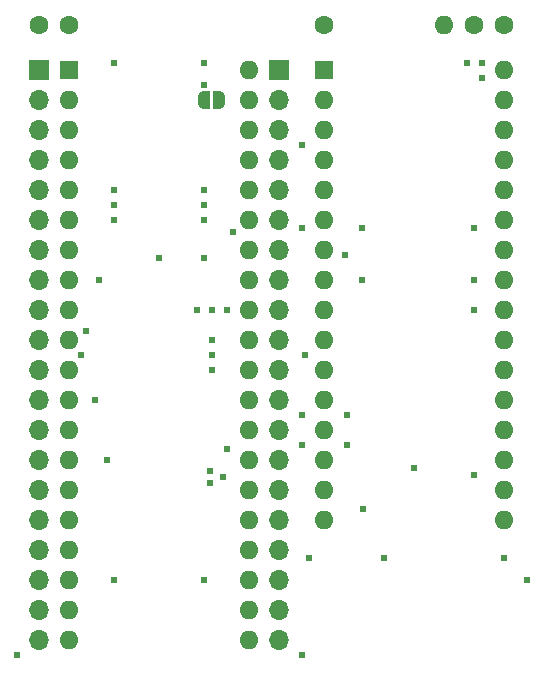
<source format=gbs>
G04 #@! TF.GenerationSoftware,KiCad,Pcbnew,7.0.2-0*
G04 #@! TF.CreationDate,2023-04-20T01:12:48+09:00*
G04 #@! TF.ProjectId,MEZ6809RAMI,4d455a36-3830-4395-9241-4d492e6b6963,A*
G04 #@! TF.SameCoordinates,PX5f5e100PY8f0d180*
G04 #@! TF.FileFunction,Soldermask,Bot*
G04 #@! TF.FilePolarity,Negative*
%FSLAX46Y46*%
G04 Gerber Fmt 4.6, Leading zero omitted, Abs format (unit mm)*
G04 Created by KiCad (PCBNEW 7.0.2-0) date 2023-04-20 01:12:48*
%MOMM*%
%LPD*%
G01*
G04 APERTURE LIST*
G04 Aperture macros list*
%AMFreePoly0*
4,1,19,0.500000,-0.750000,0.000000,-0.750000,0.000000,-0.744911,-0.071157,-0.744911,-0.207708,-0.704816,-0.327430,-0.627875,-0.420627,-0.520320,-0.479746,-0.390866,-0.500000,-0.250000,-0.500000,0.250000,-0.479746,0.390866,-0.420627,0.520320,-0.327430,0.627875,-0.207708,0.704816,-0.071157,0.744911,0.000000,0.744911,0.000000,0.750000,0.500000,0.750000,0.500000,-0.750000,0.500000,-0.750000,
$1*%
%AMFreePoly1*
4,1,19,0.000000,0.744911,0.071157,0.744911,0.207708,0.704816,0.327430,0.627875,0.420627,0.520320,0.479746,0.390866,0.500000,0.250000,0.500000,-0.250000,0.479746,-0.390866,0.420627,-0.520320,0.327430,-0.627875,0.207708,-0.704816,0.071157,-0.744911,0.000000,-0.744911,0.000000,-0.750000,-0.500000,-0.750000,-0.500000,0.750000,0.000000,0.750000,0.000000,0.744911,0.000000,0.744911,
$1*%
G04 Aperture macros list end*
%ADD10C,1.600000*%
%ADD11R,1.600000X1.600000*%
%ADD12O,1.600000X1.600000*%
%ADD13FreePoly0,180.000000*%
%ADD14FreePoly1,180.000000*%
%ADD15R,1.700000X1.700000*%
%ADD16O,1.700000X1.700000*%
%ADD17C,0.605000*%
G04 APERTURE END LIST*
D10*
X6332500Y55245000D03*
X3832500Y55245000D03*
D11*
X6347500Y51435000D03*
D12*
X6347500Y48895000D03*
X6347500Y46355000D03*
X6347500Y43815000D03*
X6347500Y41275000D03*
X6347500Y38735000D03*
X6347500Y36195000D03*
X6347500Y33655000D03*
X6347500Y31115000D03*
X6347500Y28575000D03*
X6347500Y26035000D03*
X6347500Y23495000D03*
X6347500Y20955000D03*
X6347500Y18415000D03*
X6347500Y15875000D03*
X6347500Y13335000D03*
X6347500Y10795000D03*
X6347500Y8255000D03*
X6347500Y5715000D03*
X6347500Y3175000D03*
X21587500Y3175000D03*
X21587500Y5715000D03*
X21587500Y8255000D03*
X21587500Y10795000D03*
X21587500Y13335000D03*
X21587500Y15875000D03*
X21587500Y18415000D03*
X21587500Y20955000D03*
X21587500Y23495000D03*
X21587500Y26035000D03*
X21587500Y28575000D03*
X21587500Y31115000D03*
X21587500Y33655000D03*
X21587500Y36195000D03*
X21587500Y38735000D03*
X21587500Y41275000D03*
X21587500Y43815000D03*
X21587500Y46355000D03*
X21587500Y48895000D03*
X21587500Y51435000D03*
D10*
X27940000Y55245000D03*
D12*
X38100000Y55245000D03*
D10*
X40662500Y55245000D03*
X43162500Y55245000D03*
D11*
X27937500Y51440000D03*
D12*
X27937500Y48900000D03*
X27937500Y46360000D03*
X27937500Y43820000D03*
X27937500Y41280000D03*
X27937500Y38740000D03*
X27937500Y36200000D03*
X27937500Y33660000D03*
X27937500Y31120000D03*
X27937500Y28580000D03*
X27937500Y26040000D03*
X27937500Y23500000D03*
X27937500Y20960000D03*
X27937500Y18420000D03*
X27937500Y15880000D03*
X27937500Y13340000D03*
X43177500Y13340000D03*
X43177500Y15880000D03*
X43177500Y18420000D03*
X43177500Y20960000D03*
X43177500Y23500000D03*
X43177500Y26040000D03*
X43177500Y28580000D03*
X43177500Y31120000D03*
X43177500Y33660000D03*
X43177500Y36200000D03*
X43177500Y38740000D03*
X43177500Y41280000D03*
X43177500Y43820000D03*
X43177500Y46360000D03*
X43177500Y48900000D03*
X43177500Y51440000D03*
D13*
X19065000Y48895000D03*
D14*
X17765000Y48895000D03*
D15*
X24132500Y51440000D03*
D16*
X24132500Y48900000D03*
X24132500Y46360000D03*
X24132500Y43820000D03*
X24132500Y41280000D03*
X24132500Y38740000D03*
X24132500Y36200000D03*
X24132500Y33660000D03*
X24132500Y31120000D03*
X24132500Y28580000D03*
X24132500Y26040000D03*
X24132500Y23500000D03*
X24132500Y20960000D03*
X24132500Y18420000D03*
X24132500Y15880000D03*
X24132500Y13340000D03*
X24132500Y10800000D03*
X24132500Y8260000D03*
X24132500Y5720000D03*
X24132500Y3180000D03*
D15*
X3812500Y51440000D03*
D16*
X3812500Y48900000D03*
X3812500Y46360000D03*
X3812500Y43820000D03*
X3812500Y41280000D03*
X3812500Y38740000D03*
X3812500Y36200000D03*
X3812500Y33660000D03*
X3812500Y31120000D03*
X3812500Y28580000D03*
X3812500Y26040000D03*
X3812500Y23500000D03*
X3812500Y20960000D03*
X3812500Y18420000D03*
X3812500Y15880000D03*
X3812500Y13340000D03*
X3812500Y10800000D03*
X3812500Y8260000D03*
X3812500Y5720000D03*
X3812500Y3180000D03*
D17*
X29845000Y22225000D03*
X18415000Y28575000D03*
X40640000Y31115000D03*
X9525000Y18415000D03*
X17780000Y41275000D03*
X41275000Y50800000D03*
X26289000Y27305000D03*
X17780000Y8255000D03*
X26035000Y22225000D03*
X10160000Y52070000D03*
X17780000Y52070000D03*
X43180000Y10160000D03*
X18415000Y31115000D03*
X18415000Y26035000D03*
X18415000Y27305000D03*
X17780000Y38735000D03*
X17780000Y35560000D03*
X26670000Y10160000D03*
X26035000Y45085000D03*
X10160000Y40005000D03*
X40640000Y33655000D03*
X1905000Y1905000D03*
X10160000Y8255000D03*
X10160000Y38735000D03*
X45085000Y8255000D03*
X26035000Y1905000D03*
X17780000Y40005000D03*
X40640000Y17145000D03*
X13970000Y35560000D03*
X40005000Y52070000D03*
X8890000Y33655000D03*
X41275000Y52070000D03*
X19685000Y31115000D03*
X26038000Y19688000D03*
X26035000Y38100000D03*
X17767500Y50152500D03*
X31115000Y33655000D03*
X33020000Y10160000D03*
X29845000Y19685000D03*
X17145000Y31115000D03*
X10160000Y41275000D03*
X31115000Y38119400D03*
X40640000Y38100000D03*
X7813400Y29330100D03*
X19710059Y19417559D03*
X18265400Y17548600D03*
X19418700Y17018000D03*
X29718000Y35814000D03*
X35560000Y17780000D03*
X20193000Y37718500D03*
X8516300Y23495000D03*
X7380459Y27305000D03*
X18288000Y16487400D03*
X31242000Y14305300D03*
M02*

</source>
